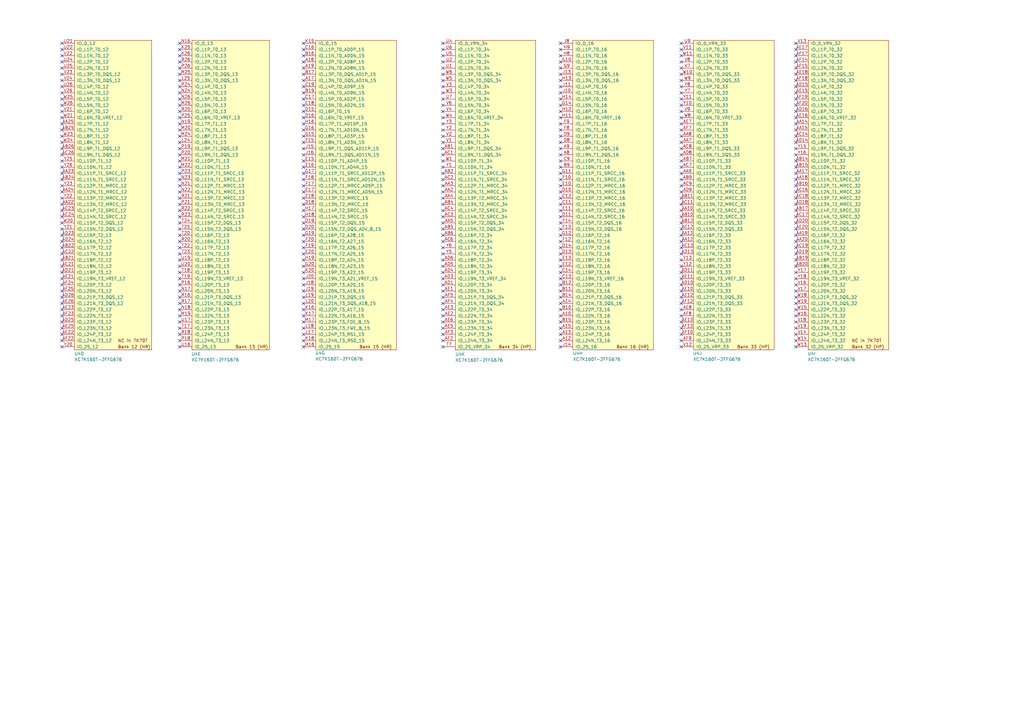
<source format=kicad_sch>
(kicad_sch (version 20231120) (generator "eeschema") (generator_version "8.0")
  (paper "A3")
  (no_connect (at 229.87 60.96))
  (no_connect (at 279.4 55.88))
  (no_connect (at 25.4 129.54))
  (no_connect (at 73.66 17.78))
  (no_connect (at 73.66 43.18))
  (no_connect (at 279.4 91.44))
  (no_connect (at 124.46 58.42))
  (no_connect (at 229.87 53.34))
  (no_connect (at 279.4 78.74))
  (no_connect (at 279.4 68.58))
  (no_connect (at 25.4 20.32))
  (no_connect (at 181.61 43.18))
  (no_connect (at 25.4 22.86))
  (no_connect (at 326.39 50.8))
  (no_connect (at 326.39 55.88))
  (no_connect (at 124.46 119.38))
  (no_connect (at 279.4 76.2))
  (no_connect (at 279.4 81.28))
  (no_connect (at 229.87 83.82))
  (no_connect (at 326.39 93.98))
  (no_connect (at 124.46 137.16))
  (no_connect (at 229.87 119.38))
  (no_connect (at 73.66 132.08))
  (no_connect (at 181.61 93.98))
  (no_connect (at 229.87 124.46))
  (no_connect (at 279.4 86.36))
  (no_connect (at 326.39 134.62))
  (no_connect (at 73.66 129.54))
  (no_connect (at 73.66 93.98))
  (no_connect (at 229.87 66.04))
  (no_connect (at 124.46 66.04))
  (no_connect (at 229.87 43.18))
  (no_connect (at 181.61 119.38))
  (no_connect (at 326.39 58.42))
  (no_connect (at 124.46 55.88))
  (no_connect (at 279.4 114.3))
  (no_connect (at 326.39 129.54))
  (no_connect (at 25.4 86.36))
  (no_connect (at 279.4 73.66))
  (no_connect (at 229.87 63.5))
  (no_connect (at 181.61 55.88))
  (no_connect (at 25.4 96.52))
  (no_connect (at 124.46 50.8))
  (no_connect (at 73.66 99.06))
  (no_connect (at 326.39 119.38))
  (no_connect (at 124.46 111.76))
  (no_connect (at 25.4 48.26))
  (no_connect (at 181.61 129.54))
  (no_connect (at 326.39 132.08))
  (no_connect (at 279.4 40.64))
  (no_connect (at 181.61 83.82))
  (no_connect (at 124.46 17.78))
  (no_connect (at 181.61 81.28))
  (no_connect (at 279.4 45.72))
  (no_connect (at 229.87 25.4))
  (no_connect (at 181.61 76.2))
  (no_connect (at 326.39 91.44))
  (no_connect (at 73.66 83.82))
  (no_connect (at 229.87 114.3))
  (no_connect (at 279.4 109.22))
  (no_connect (at 73.66 38.1))
  (no_connect (at 124.46 86.36))
  (no_connect (at 229.87 55.88))
  (no_connect (at 124.46 25.4))
  (no_connect (at 25.4 106.68))
  (no_connect (at 25.4 127))
  (no_connect (at 73.66 121.92))
  (no_connect (at 181.61 88.9))
  (no_connect (at 326.39 81.28))
  (no_connect (at 279.4 48.26))
  (no_connect (at 279.4 88.9))
  (no_connect (at 229.87 48.26))
  (no_connect (at 124.46 127))
  (no_connect (at 279.4 137.16))
  (no_connect (at 279.4 25.4))
  (no_connect (at 73.66 101.6))
  (no_connect (at 326.39 96.52))
  (no_connect (at 124.46 20.32))
  (no_connect (at 279.4 96.52))
  (no_connect (at 229.87 58.42))
  (no_connect (at 124.46 48.26))
  (no_connect (at 25.4 50.8))
  (no_connect (at 279.4 132.08))
  (no_connect (at 181.61 40.64))
  (no_connect (at 279.4 111.76))
  (no_connect (at 279.4 43.18))
  (no_connect (at 279.4 134.62))
  (no_connect (at 73.66 106.68))
  (no_connect (at 229.87 106.68))
  (no_connect (at 326.39 83.82))
  (no_connect (at 124.46 38.1))
  (no_connect (at 73.66 86.36))
  (no_connect (at 229.87 33.02))
  (no_connect (at 25.4 132.08))
  (no_connect (at 326.39 48.26))
  (no_connect (at 229.87 104.14))
  (no_connect (at 229.87 134.62))
  (no_connect (at 124.46 124.46))
  (no_connect (at 25.4 139.7))
  (no_connect (at 25.4 104.14))
  (no_connect (at 124.46 43.18))
  (no_connect (at 25.4 83.82))
  (no_connect (at 73.66 104.14))
  (no_connect (at 181.61 38.1))
  (no_connect (at 279.4 127))
  (no_connect (at 326.39 68.58))
  (no_connect (at 25.4 137.16))
  (no_connect (at 124.46 129.54))
  (no_connect (at 229.87 27.94))
  (no_connect (at 73.66 33.02))
  (no_connect (at 73.66 45.72))
  (no_connect (at 181.61 73.66))
  (no_connect (at 124.46 96.52))
  (no_connect (at 25.4 68.58))
  (no_connect (at 124.46 104.14))
  (no_connect (at 25.4 33.02))
  (no_connect (at 25.4 45.72))
  (no_connect (at 181.61 99.06))
  (no_connect (at 73.66 71.12))
  (no_connect (at 181.61 101.6))
  (no_connect (at 326.39 99.06))
  (no_connect (at 73.66 137.16))
  (no_connect (at 279.4 83.82))
  (no_connect (at 181.61 25.4))
  (no_connect (at 326.39 78.74))
  (no_connect (at 181.61 124.46))
  (no_connect (at 326.39 22.86))
  (no_connect (at 25.4 60.96))
  (no_connect (at 326.39 35.56))
  (no_connect (at 181.61 127))
  (no_connect (at 326.39 60.96))
  (no_connect (at 279.4 106.68))
  (no_connect (at 25.4 73.66))
  (no_connect (at 229.87 76.2))
  (no_connect (at 124.46 132.08))
  (no_connect (at 279.4 58.42))
  (no_connect (at 229.87 73.66))
  (no_connect (at 326.39 101.6))
  (no_connect (at 326.39 27.94))
  (no_connect (at 181.61 91.44))
  (no_connect (at 181.61 66.04))
  (no_connect (at 73.66 35.56))
  (no_connect (at 181.61 53.34))
  (no_connect (at 73.66 124.46))
  (no_connect (at 326.39 73.66))
  (no_connect (at 73.66 109.22))
  (no_connect (at 279.4 53.34))
  (no_connect (at 25.4 25.4))
  (no_connect (at 124.46 99.06))
  (no_connect (at 326.39 38.1))
  (no_connect (at 25.4 58.42))
  (no_connect (at 124.46 63.5))
  (no_connect (at 181.61 78.74))
  (no_connect (at 73.66 22.86))
  (no_connect (at 229.87 88.9))
  (no_connect (at 279.4 30.48))
  (no_connect (at 279.4 60.96))
  (no_connect (at 124.46 109.22))
  (no_connect (at 279.4 63.5))
  (no_connect (at 73.66 30.48))
  (no_connect (at 326.39 106.68))
  (no_connect (at 25.4 124.46))
  (no_connect (at 124.46 30.48))
  (no_connect (at 124.46 27.94))
  (no_connect (at 124.46 106.68))
  (no_connect (at 229.87 68.58))
  (no_connect (at 229.87 99.06))
  (no_connect (at 73.66 81.28))
  (no_connect (at 326.39 86.36))
  (no_connect (at 124.46 83.82))
  (no_connect (at 124.46 139.7))
  (no_connect (at 229.87 78.74))
  (no_connect (at 279.4 50.8))
  (no_connect (at 73.66 20.32))
  (no_connect (at 326.39 25.4))
  (no_connect (at 73.66 53.34))
  (no_connect (at 181.61 33.02))
  (no_connect (at 326.39 121.92))
  (no_connect (at 124.46 114.3))
  (no_connect (at 326.39 124.46))
  (no_connect (at 229.87 101.6))
  (no_connect (at 73.66 96.52))
  (no_connect (at 181.61 22.86))
  (no_connect (at 279.4 121.92))
  (no_connect (at 73.66 134.62))
  (no_connect (at 124.46 93.98))
  (no_connect (at 229.87 71.12))
  (no_connect (at 181.61 68.58))
  (no_connect (at 25.4 55.88))
  (no_connect (at 73.66 55.88))
  (no_connect (at 73.66 40.64))
  (no_connect (at 25.4 27.94))
  (no_connect (at 25.4 71.12))
  (no_connect (at 326.39 109.22))
  (no_connect (at 181.61 111.76))
  (no_connect (at 229.87 139.7))
  (no_connect (at 73.66 127))
  (no_connect (at 124.46 60.96))
  (no_connect (at 326.39 30.48))
  (no_connect (at 124.46 35.56))
  (no_connect (at 326.39 43.18))
  (no_connect (at 181.61 35.56))
  (no_connect (at 229.87 22.86))
  (no_connect (at 25.4 88.9))
  (no_connect (at 279.4 27.94))
  (no_connect (at 279.4 38.1))
  (no_connect (at 73.66 114.3))
  (no_connect (at 279.4 124.46))
  (no_connect (at 326.39 111.76))
  (no_connect (at 25.4 78.74))
  (no_connect (at 181.61 114.3))
  (no_connect (at 326.39 127))
  (no_connect (at 124.46 76.2))
  (no_connect (at 124.46 45.72))
  (no_connect (at 229.87 91.44))
  (no_connect (at 124.46 68.58))
  (no_connect (at 124.46 78.74))
  (no_connect (at 229.87 20.32))
  (no_connect (at 124.46 73.66))
  (no_connect (at 326.39 142.24))
  (no_connect (at 279.4 142.24))
  (no_connect (at 326.39 17.78))
  (no_connect (at 326.39 71.12))
  (no_connect (at 279.4 104.14))
  (no_connect (at 25.4 66.04))
  (no_connect (at 279.4 66.04))
  (no_connect (at 25.4 114.3))
  (no_connect (at 25.4 119.38))
  (no_connect (at 181.61 63.5))
  (no_connect (at 279.4 116.84))
  (no_connect (at 181.61 17.78))
  (no_connect (at 181.61 104.14))
  (no_connect (at 73.66 111.76))
  (no_connect (at 25.4 99.06))
  (no_connect (at 73.66 142.24))
  (no_connect (at 124.46 53.34))
  (no_connect (at 124.46 116.84))
  (no_connect (at 25.4 76.2))
  (no_connect (at 326.39 45.72))
  (no_connect (at 181.61 45.72))
  (no_connect (at 124.46 22.86))
  (no_connect (at 326.39 66.04))
  (no_connect (at 181.61 96.52))
  (no_connect (at 229.87 127))
  (no_connect (at 124.46 91.44))
  (no_connect (at 229.87 116.84))
  (no_connect (at 279.4 129.54))
  (no_connect (at 124.46 33.02))
  (no_connect (at 229.87 17.78))
  (no_connect (at 124.46 134.62))
  (no_connect (at 229.87 40.64))
  (no_connect (at 25.4 121.92))
  (no_connect (at 25.4 43.18))
  (no_connect (at 181.61 30.48))
  (no_connect (at 229.87 50.8))
  (no_connect (at 229.87 81.28))
  (no_connect (at 181.61 132.08))
  (no_connect (at 25.4 116.84))
  (no_connect (at 73.66 58.42))
  (no_connect (at 73.66 139.7))
  (no_connect (at 25.4 35.56))
  (no_connect (at 25.4 134.62))
  (no_connect (at 181.61 134.62))
  (no_connect (at 181.61 50.8))
  (no_connect (at 279.4 101.6))
  (no_connect (at 73.66 88.9))
  (no_connect (at 326.39 104.14))
  (no_connect (at 229.87 38.1))
  (no_connect (at 181.61 60.96))
  (no_connect (at 73.66 91.44))
  (no_connect (at 73.66 78.74))
  (no_connect (at 326.39 20.32))
  (no_connect (at 229.87 121.92))
  (no_connect (at 229.87 35.56))
  (no_connect (at 229.87 142.24))
  (no_connect (at 326.39 40.64))
  (no_connect (at 124.46 121.92))
  (no_connect (at 326.39 139.7))
  (no_connect (at 279.4 139.7))
  (no_connect (at 229.87 111.76))
  (no_connect (at 229.87 129.54))
  (no_connect (at 25.4 142.24))
  (no_connect (at 73.66 73.66))
  (no_connect (at 25.4 40.64))
  (no_connect (at 326.39 76.2))
  (no_connect (at 326.39 114.3))
  (no_connect (at 181.61 58.42))
  (no_connect (at 25.4 17.78))
  (no_connect (at 73.66 119.38))
  (no_connect (at 181.61 139.7))
  (no_connect (at 25.4 81.28))
  (no_connect (at 25.4 91.44))
  (no_connect (at 25.4 30.48))
  (no_connect (at 124.46 40.64))
  (no_connect (at 73.66 63.5))
  (no_connect (at 229.87 86.36))
  (no_connect (at 229.87 30.48))
  (no_connect (at 326.39 88.9))
  (no_connect (at 73.66 48.26))
  (no_connect (at 181.61 121.92))
  (no_connect (at 279.4 119.38))
  (no_connect (at 229.87 45.72))
  (no_connect (at 124.46 71.12))
  (no_connect (at 181.61 109.22))
  (no_connect (at 279.4 99.06))
  (no_connect (at 279.4 93.98))
  (no_connect (at 279.4 33.02))
  (no_connect (at 25.4 109.22))
  (no_connect (at 279.4 17.78))
  (no_connect (at 73.66 50.8))
  (no_connect (at 326.39 33.02))
  (no_connect (at 229.87 132.08))
  (no_connect (at 181.61 20.32))
  (no_connect (at 25.4 38.1))
  (no_connect (at 229.87 96.52))
  (no_connect (at 25.4 111.76))
  (no_connect (at 181.61 27.94))
  (no_connect (at 124.46 81.28))
  (no_connect (at 181.61 71.12))
  (no_connect (at 229.87 93.98))
  (no_connect (at 181.61 106.68))
  (no_connect (at 326.39 53.34))
  (no_connect (at 124.46 88.9))
  (no_connect (at 73.66 68.58))
  (no_connect (at 326.39 137.16))
  (no_connect (at 181.61 86.36))
  (no_connect (at 73.66 66.04))
  (no_connect (at 279.4 35.56))
  (no_connect (at 181.61 142.24))
  (no_connect (at 25.4 53.34))
  (no_connect (at 326.39 63.5))
  (no_connect (at 124.46 101.6))
  (no_connect (at 73.66 27.94))
  (no_connect (at 124.46 142.24))
  (no_connect (at 73.66 76.2))
  (no_connect (at 73.66 25.4))
  (no_connect (at 181.61 48.26))
  (no_connect (at 279.4 71.12))
  (no_connect (at 326.39 116.84))
  (no_connect (at 279.4 22.86))
  (no_connect (at 229.87 137.16))
  (no_connect (at 279.4 20.32))
  (no_connect (at 181.61 116.84))
  (no_connect (at 25.4 101.6))
  (no_connect (at 25.4 93.98))
  (no_connect (at 229.87 109.22))
  (no_connect (at 25.4 63.5))
  (no_connect (at 73.66 60.96))
  (no_connect (at 73.66 116.84))
  (no_connect (at 181.61 137.16))
  (symbol (lib_id "xilinx-azonenberg:XC7KxT-FFG676") (at 186.69 143.51 0) (unit 11)
    (property "Reference" "U4" (at 186.69 145.288 0) (effects (justify left)))
    (property "Value" "XC7K160T-2FFG676" (at 186.69 147.7123 0) (effects (justify left)))
    (property "Footprint" "azonenberg_pcb:BGA_676_27x27_FULLARRAY_1MM_FFG676" (effects (hide yes)))
  )
  (symbol (lib_id "xilinx-azonenberg:XC7KxT-FFG676") (at 30.48 143.51 0) (unit 4)
    (property "Reference" "U4" (at 30.48 145.034 0) (effects (justify left)))
    (property "Value" "XC7K160T-2FFG676" (at 30.48 147.4583 0) (effects (justify left)))
    (property "Footprint" "azonenberg_pcb:BGA_676_27x27_FULLARRAY_1MM_FFG676" (effects (hide yes)))
  )
  (symbol (lib_id "xilinx-azonenberg:XC7KxT-FFG676") (at 78.74 143.51 0) (unit 5)
    (property "Reference" "U4" (at 78.486 145.1497 0) (effects (justify left)))
    (property "Value" "XC7K160T-2FFG676" (at 78.486 147.574 0) (effects (justify left)))
    (property "Footprint" "azonenberg_pcb:BGA_676_27x27_FULLARRAY_1MM_FFG676" (effects (hide yes)))
  )
  (symbol (lib_id "xilinx-azonenberg:XC7KxT-FFG676") (at 284.48 143.51 0) (unit 10)
    (property "Reference" "U4" (at 284.226 144.8957 0) (effects (justify left)))
    (property "Value" "XC7K160T-2FFG676" (at 284.226 147.32 0) (effects (justify left)))
    (property "Footprint" "azonenberg_pcb:BGA_676_27x27_FULLARRAY_1MM_FFG676" (effects (hide yes)))
  )
  (symbol (lib_id "xilinx-azonenberg:XC7KxT-FFG676") (at 234.95 143.51 0) (unit 8)
    (property "Reference" "U4" (at 234.95 144.8957 0) (effects (justify left)))
    (property "Value" "XC7K160T-2FFG676" (at 234.95 147.32 0) (effects (justify left)))
    (property "Footprint" "azonenberg_pcb:BGA_676_27x27_FULLARRAY_1MM_FFG676" (effects (hide yes)))
  )
  (symbol (lib_id "xilinx-azonenberg:XC7KxT-FFG676") (at 129.54 143.51 0) (unit 7)
    (property "Reference" "U4" (at 129.286 144.78 0) (effects (justify left)))
    (property "Value" "XC7K160T-2FFG676" (at 129.286 147.2043 0) (effects (justify left)))
    (property "Footprint" "azonenberg_pcb:BGA_676_27x27_FULLARRAY_1MM_FFG676" (effects (hide yes)))
  )
  (symbol (lib_id "xilinx-azonenberg:XC7KxT-FFG676") (at 331.47 143.51 0) (unit 9)
    (property "Reference" "U4" (at 331.216 145.034 0) (effects (justify left)))
    (property "Value" "XC7K160T-2FFG676" (at 331.216 147.4583 0) (effects (justify left)))
    (property "Footprint" "azonenberg_pcb:BGA_676_27x27_FULLARRAY_1MM_FFG676" (effects (hide yes)))
  )
)
</source>
